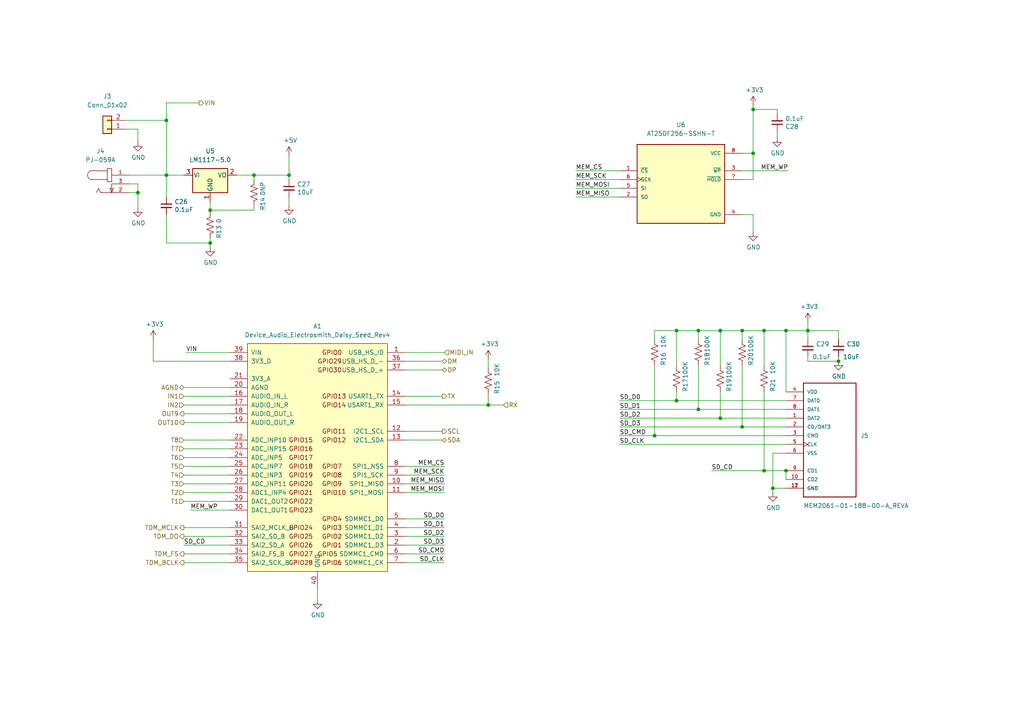
<source format=kicad_sch>
(kicad_sch (version 20211123) (generator eeschema)
  (paper "A4")
  (title_block (title "Daisy Rogue") (date "9/23/2022") (rev "1") (company "Robertsonics"))
  (lib_symbols
    (symbol "AT25DF256-SSHN-T:AT25DF256-SSHN-T" (pin_names (offset 1.016))
      (property "Reference" "U" (at -12.7 13.462 0))
      (property "Value" "AT25DF256-SSHN-T" (at -12.7 -12.7 0))
      (symbol "AT25DF256-SSHN-T_0_0"
        (rectangle (start -12.7 -10.16) (end 12.7 12.7) (stroke (width 0.254)) (fill (type background)))
        (pin input line (at -17.78 5.08 0) (length 5.08) (name "~{CS}") (number "1"))
        (pin bidirectional line (at -17.78 -2.54 0) (length 5.08) (name "SO") (number "2"))
        (pin bidirectional line (at 17.78 5.08 180) (length 5.08) (name "~{WP}") (number "3"))
        (pin power_in line (at 17.78 -7.62 180) (length 5.08) (name "GND") (number "4"))
        (pin bidirectional line (at -17.78 0 0) (length 5.08) (name "SI") (number "5"))
        (pin input clock (at -17.78 2.54 0) (length 5.08) (name "SCK") (number "6"))
        (pin bidirectional line (at 17.78 2.54 180) (length 5.08) (name "~{HOLD}") (number "7"))
        (pin power_in line (at 17.78 10.16 180) (length 5.08) (name "VCC") (number "8"))
      )
    )
    (symbol "Connector_Generic:Conn_01x02" (pin_names (offset 1.016) hide)
      (property "Reference" "J" (at 0 2.54 0))
      (property "Value" "Conn_01x02" (at 0 -5.08 0))
      (symbol "Conn_01x02_1_1"
        (rectangle (start -1.27 -2.413) (end 0 -2.667) (stroke (width 0.1524)))
        (rectangle (start -1.27 0.127) (end 0 -0.127) (stroke (width 0.1524)))
        (rectangle (start -1.27 1.27) (end 1.27 -3.81) (stroke (width 0.254)) (fill (type background)))
        (pin passive line (at -5.08 0 0) (length 3.81) (name "Pin_1") (number "1"))
        (pin passive line (at -5.08 -2.54 0) (length 3.81) (name "Pin_2") (number "2"))
      )
    )
    (symbol "Device:C_Small" (pin_numbers hide) (pin_names (offset 0.254) hide)
      (property "Reference" "C" (at 0.254 1.778 0))
      (property "Value" "C_Small" (at 0.254 -2.032 0))
      (symbol "C_Small_0_1"
        (polyline (pts (xy -1.524 -0.508) (xy 1.524 -0.508)) (stroke (width 0.3302)))
        (polyline (pts (xy -1.524 0.508) (xy 1.524 0.508)) (stroke (width 0.3048)))
      )
      (symbol "C_Small_1_1"
        (pin passive line (at 0 2.54 270) (length 2.032) (name "~") (number "1"))
        (pin passive line (at 0 -2.54 90) (length 2.032) (name "~") (number "2"))
      )
    )
    (symbol "Device:R_US" (pin_numbers hide) (pin_names (offset 0))
      (property "Reference" "R" (at 2.54 0 90))
      (property "Value" "R_US" (at -2.54 0 90))
      (symbol "R_US_0_1"
        (polyline (pts (xy 0 -2.286) (xy 0 -2.54)))
        (polyline (pts (xy 0 2.286) (xy 0 2.54)))
        (polyline (pts (xy 0 -0.762) (xy 1.016 -1.143) (xy 0 -1.524) (xy -1.016 -1.905) (xy 0 -2.286)))
        (polyline (pts (xy 0 0.762) (xy 1.016 0.381) (xy 0 0) (xy -1.016 -0.381) (xy 0 -0.762)))
        (polyline (pts (xy 0 2.286) (xy 1.016 1.905) (xy 0 1.524) (xy -1.016 1.143) (xy 0 0.762)))
      )
      (symbol "R_US_1_1"
        (pin passive line (at 0 3.81 270) (length 1.27) (name "~") (number "1"))
        (pin passive line (at 0 -3.81 90) (length 1.27) (name "~") (number "2"))
      )
    )
    (symbol "Device_Audio_Electrosmith_Daisy_Seed:Device_Audio_Electrosmith_Daisy_Seed_Rev4" (pin_names (offset 1.016))
      (property "Reference" "A" (at -20.32 34.29 0))
      (property "Value" "Device_Audio_Electrosmith_Daisy_Seed_Rev4" (at 20.32 36.83 0))
      (symbol "Device_Audio_Electrosmith_Daisy_Seed_Rev4_0_0"
        (text "GPIO0" (at 1.27 30.48 0) (effects (font (size 1.27 1.27)) (justify left)))
        (text "GPIO1" (at 1.27 -25.4 0) (effects (font (size 1.27 1.27)) (justify left)))
        (text "GPIO10" (at 1.27 -10.16 0) (effects (font (size 1.27 1.27)) (justify left)))
        (text "GPIO11" (at 1.27 7.62 0) (effects (font (size 1.27 1.27)) (justify left)))
        (text "GPIO12" (at 1.27 5.08 0) (effects (font (size 1.27 1.27)) (justify left)))
        (text "GPIO13" (at 1.27 17.78 0) (effects (font (size 1.27 1.27)) (justify left)))
        (text "GPIO14" (at 1.27 15.24 0) (effects (font (size 1.27 1.27)) (justify left)))
        (text "GPIO15" (at -1.27 5.08 0) (effects (font (size 1.27 1.27)) (justify right)))
        (text "GPIO16" (at -1.27 2.54 0) (effects (font (size 1.27 1.27)) (justify right)))
        (text "GPIO17" (at -1.27 0 0) (effects (font (size 1.27 1.27)) (justify right)))
        (text "GPIO18" (at -1.27 -2.54 0) (effects (font (size 1.27 1.27)) (justify right)))
        (text "GPIO19" (at -1.27 -5.08 0) (effects (font (size 1.27 1.27)) (justify right)))
        (text "GPIO2" (at 1.27 -22.86 0) (effects (font (size 1.27 1.27)) (justify left)))
        (text "GPIO20" (at -1.27 -7.62 0) (effects (font (size 1.27 1.27)) (justify right)))
        (text "GPIO21" (at -1.27 -10.16 0) (effects (font (size 1.27 1.27)) (justify right)))
        (text "GPIO22" (at -1.27 -12.7 0) (effects (font (size 1.27 1.27)) (justify right)))
        (text "GPIO23" (at -1.27 -15.24 0) (effects (font (size 1.27 1.27)) (justify right)))
        (text "GPIO24" (at -1.27 -20.32 0) (effects (font (size 1.27 1.27)) (justify right)))
        (text "GPIO25" (at -1.27 -22.86 0) (effects (font (size 1.27 1.27)) (justify right)))
        (text "GPIO26" (at -1.27 -25.4 0) (effects (font (size 1.27 1.27)) (justify right)))
        (text "GPIO27" (at -1.27 -27.94 0) (effects (font (size 1.27 1.27)) (justify right)))
        (text "GPIO28" (at -1.27 -30.48 0) (effects (font (size 1.27 1.27)) (justify right)))
        (text "GPIO29" (at 0 27.94 0) (effects (font (size 1.27 1.27)) (justify left)))
        (text "GPIO3" (at 1.27 -20.32 0) (effects (font (size 1.27 1.27)) (justify left)))
        (text "GPIO30" (at 0 25.4 0) (effects (font (size 1.27 1.27)) (justify left)))
        (text "GPIO4" (at 1.27 -17.78 0) (effects (font (size 1.27 1.27)) (justify left)))
        (text "GPIO5" (at 0 -27.94 0) (effects (font (size 1.27 1.27)) (justify left)))
        (text "GPIO6" (at 1.27 -30.48 0) (effects (font (size 1.27 1.27)) (justify left)))
        (text "GPIO7" (at 1.27 -2.54 0) (effects (font (size 1.27 1.27)) (justify left)))
        (text "GPIO8" (at 1.27 -5.08 0) (effects (font (size 1.27 1.27)) (justify left)))
        (text "GPIO9" (at 1.27 -7.62 0) (effects (font (size 1.27 1.27)) (justify left)))
        (pin bidirectional line (at 25.4 30.48 180) (length 5.08) (name "USB_HS_ID") (number "1"))
        (pin bidirectional line (at 25.4 -7.62 180) (length 5.08) (name "SPI1_MISO") (number "10"))
        (pin bidirectional line (at 25.4 -10.16 180) (length 5.08) (name "SPI1_MOSI") (number "11"))
        (pin bidirectional line (at 25.4 7.62 180) (length 5.08) (name "I2C1_SCL") (number "12"))
        (pin bidirectional line (at 25.4 5.08 180) (length 5.08) (name "I2C1_SDA") (number "13"))
        (pin bidirectional line (at 25.4 17.78 180) (length 5.08) (name "USART1_TX") (number "14"))
        (pin bidirectional line (at 25.4 15.24 180) (length 5.08) (name "USART1_RX") (number "15"))
        (pin input line (at -25.4 17.78 0) (length 5.08) (name "AUDIO_IN_L") (number "16"))
        (pin input line (at -25.4 15.24 0) (length 5.08) (name "AUDIO_IN_R") (number "17"))
        (pin output line (at -25.4 12.7 0) (length 5.08) (name "AUDIO_OUT_L") (number "18"))
        (pin output line (at -25.4 10.16 0) (length 5.08) (name "AUDIO_OUT_R") (number "19"))
        (pin bidirectional line (at 25.4 -25.4 180) (length 5.08) (name "SDMMC1_D3") (number "2"))
        (pin passive line (at -25.4 20.32 0) (length 5.08) (name "AGND") (number "20"))
        (pin power_out line (at -25.4 22.86 0) (length 5.08) (name "3V3_A") (number "21"))
        (pin bidirectional line (at -25.4 5.08 0) (length 5.08) (name "ADC_INP10") (number "22"))
        (pin bidirectional line (at -25.4 2.54 0) (length 5.08) (name "ADC_INP15") (number "23"))
        (pin bidirectional line (at -25.4 0 0) (length 5.08) (name "ADC_INP5") (number "24"))
        (pin bidirectional line (at -25.4 -2.54 0) (length 5.08) (name "ADC_INP7") (number "25"))
        (pin bidirectional line (at -25.4 -5.08 0) (length 5.08) (name "ADC_INP3") (number "26"))
        (pin bidirectional line (at -25.4 -7.62 0) (length 5.08) (name "ADC_INP11") (number "27"))
        (pin bidirectional line (at -25.4 -10.16 0) (length 5.08) (name "ADC1_INP4") (number "28"))
        (pin bidirectional line (at -25.4 -12.7 0) (length 5.08) (name "DAC1_OUT2") (number "29"))
        (pin bidirectional line (at 25.4 -22.86 180) (length 5.08) (name "SDMMC1_D2") (number "3"))
        (pin bidirectional line (at -25.4 -15.24 0) (length 5.08) (name "DAC1_OUT1") (number "30"))
        (pin bidirectional line (at -25.4 -20.32 0) (length 5.08) (name "SAI2_MCLK_B") (number "31"))
        (pin bidirectional line (at -25.4 -22.86 0) (length 5.08) (name "SAI2_SD_B") (number "32"))
        (pin bidirectional line (at -25.4 -25.4 0) (length 5.08) (name "SAI2_SD_A") (number "33"))
        (pin bidirectional line (at -25.4 -27.94 0) (length 5.08) (name "SAI2_FS_B") (number "34"))
        (pin bidirectional line (at -25.4 -30.48 0) (length 5.08) (name "SAI2_SCK_B") (number "35"))
        (pin bidirectional line (at 25.4 27.94 180) (length 5.08) (name "USB_HS_D_-") (number "36"))
        (pin bidirectional line (at 25.4 25.4 180) (length 5.08) (name "USB_HS_D_+") (number "37"))
        (pin power_out line (at -25.4 27.94 0) (length 5.08) (name "3V3_D") (number "38"))
        (pin power_in line (at -25.4 30.48 0) (length 5.08) (name "VIN") (number "39"))
        (pin bidirectional line (at 25.4 -20.32 180) (length 5.08) (name "SDMMC1_D1") (number "4"))
        (pin passive line (at 0 -38.1 90) (length 5.08) (name "GND") (number "40"))
        (pin bidirectional line (at 25.4 -17.78 180) (length 5.08) (name "SDMMC1_D0") (number "5"))
        (pin bidirectional line (at 25.4 -27.94 180) (length 5.08) (name "SDMMC1_CMD") (number "6"))
        (pin bidirectional line (at 25.4 -30.48 180) (length 5.08) (name "SDMMC1_CK") (number "7"))
        (pin bidirectional line (at 25.4 -2.54 180) (length 5.08) (name "SPI1_NSS") (number "8"))
        (pin bidirectional line (at 25.4 -5.08 180) (length 5.08) (name "SPI1_SCK") (number "9"))
      )
      (symbol "Device_Audio_Electrosmith_Daisy_Seed_Rev4_0_1"
        (rectangle (start -20.32 33.02) (end 20.32 -33.02) (fill (type background)))
      )
    )
    (symbol "MEM2061-01-188-00-A_REVA:MEM2061-01-188-00-A_REVA" (pin_names (offset 1.016))
      (property "Reference" "J" (at 0 15.2654 0))
      (property "Value" "MEM2061-01-188-00-A_REVA" (at 0 -20.3454 0))
      (symbol "MEM2061-01-188-00-A_REVA_0_0"
        (polyline (pts (xy 0 -17.78) (xy 0 15.24)) (stroke (width 0.254)))
        (polyline (pts (xy 0 15.24) (xy 15.24 15.24)) (stroke (width 0.254)))
        (polyline (pts (xy 15.24 -17.78) (xy 0 -17.78)) (stroke (width 0.254)))
        (polyline (pts (xy 15.24 15.24) (xy 15.24 -17.78)) (stroke (width 0.254)))
        (pin bidirectional line (at -5.08 5.08 0) (length 5.08) (name "DAT2") (number "1"))
        (pin passive line (at -5.08 -12.7 0) (length 5.08) (name "CD2") (number "10"))
        (pin power_in line (at -5.08 -15.24 0) (length 5.08) (name "GND") (number "11"))
        (pin power_in line (at -5.08 -15.24 0) (length 5.08) (name "GND") (number "12"))
        (pin bidirectional line (at -5.08 2.54 0) (length 5.08) (name "CD/DAT3") (number "2"))
        (pin bidirectional line (at -5.08 0 0) (length 5.08) (name "CMD") (number "3"))
        (pin power_in line (at -5.08 12.7 0) (length 5.08) (name "VDD") (number "4"))
        (pin bidirectional clock (at -5.08 -2.54 0) (length 5.08) (name "CLK") (number "5"))
        (pin power_in line (at -5.08 -5.08 0) (length 5.08) (name "VSS") (number "6"))
        (pin bidirectional line (at -5.08 10.16 0) (length 5.08) (name "DAT0") (number "7"))
        (pin bidirectional line (at -5.08 7.62 0) (length 5.08) (name "DAT1") (number "8"))
        (pin passive line (at -5.08 -10.16 0) (length 5.08) (name "CD1") (number "9"))
      )
    )
    (symbol "PJ-059A:PJ-059A" (pin_names (offset 1.016) hide)
      (property "Reference" "J" (at -7.62 5.08 0))
      (property "Value" "PJ-059A" (at -7.6454 -5.08 0))
      (symbol "PJ-059A_0_0"
        (arc (start -5.715 3.81) (mid -6.985 2.54) (end -5.715 1.27) (stroke (width 0.1524)))
        (polyline (pts (xy -5.715 3.81) (xy -1.27 3.81)) (stroke (width 0.1524)))
        (polyline (pts (xy -3.81 -1.27) (xy -4.445 -2.54)) (stroke (width 0.1524)))
        (polyline (pts (xy -3.175 -2.54) (xy -3.81 -1.27)) (stroke (width 0.1524)))
        (polyline (pts (xy -1.27 0.635) (xy 0 0.635)) (stroke (width 0.1524)))
        (polyline (pts (xy -1.27 1.27) (xy -5.715 1.27)) (stroke (width 0.1524)))
        (polyline (pts (xy -1.27 1.27) (xy -1.27 0.635)) (stroke (width 0.1524)))
        (polyline (pts (xy -1.27 3.81) (xy -1.27 1.27)) (stroke (width 0.1524)))
        (polyline (pts (xy -1.27 4.445) (xy -1.27 3.81)) (stroke (width 0.1524)))
        (polyline (pts (xy 0 -2.54) (xy -3.175 -2.54)) (stroke (width 0.1524)))
        (polyline (pts (xy 0 0) (xy 0 -2.54)) (stroke (width 0.1524)))
        (polyline (pts (xy 0 0.635) (xy 0 4.445)) (stroke (width 0.1524)))
        (polyline (pts (xy 0 4.445) (xy -1.27 4.445)) (stroke (width 0.1524)))
        (polyline (pts (xy 0 -2.54) (xy -0.508 -1.27) (xy 0.508 -1.27) (xy 0 -2.54)) (stroke (width 0.1524)) (fill (type background)))
        (pin passive line (at 5.08 2.54 180) (length 5.08) (name "~") (number "1"))
        (pin passive line (at 5.08 -2.54 180) (length 5.08) (name "~") (number "2"))
        (pin passive line (at 5.08 0 180) (length 5.08) (name "~") (number "3"))
      )
    )
    (symbol "Regulator_Linear:LM1117-5.0" (pin_names (offset 0.254))
      (property "Reference" "U" (at -3.81 3.175 0))
      (property "Value" "LM1117-5.0" (at 0 3.175 0))
      (symbol "LM1117-5.0_0_1"
        (rectangle (start -5.08 -5.08) (end 5.08 1.905) (stroke (width 0.254)) (fill (type background)))
      )
      (symbol "LM1117-5.0_1_1"
        (pin power_in line (at 0 -7.62 90) (length 2.54) (name "GND") (number "1"))
        (pin power_out line (at 7.62 0 180) (length 2.54) (name "VO") (number "2"))
        (pin power_in line (at -7.62 0 0) (length 2.54) (name "VI") (number "3"))
      )
    )
    (symbol "power:+3V3" (power) (pin_names (offset 0))
      (property "Value" "+3V3" (at 0 3.556 0))
      (symbol "+3V3_0_1"
        (polyline (pts (xy -0.762 1.27) (xy 0 2.54)))
        (polyline (pts (xy 0 0) (xy 0 2.54)))
        (polyline (pts (xy 0 2.54) (xy 0.762 1.27)))
      )
      (symbol "+3V3_1_1"
        (pin power_in line (at 0 0 90) (length 0) hide (name "+3V3") (number "1"))
      )
    )
    (symbol "power:+5V" (power) (pin_names (offset 0))
      (property "Value" "+5V" (at 0 3.556 0))
      (symbol "+5V_0_1"
        (polyline (pts (xy -0.762 1.27) (xy 0 2.54)))
        (polyline (pts (xy 0 0) (xy 0 2.54)))
        (polyline (pts (xy 0 2.54) (xy 0.762 1.27)))
      )
      (symbol "+5V_1_1"
        (pin power_in line (at 0 0 90) (length 0) hide (name "+5V") (number "1"))
      )
    )
    (symbol "power:GND" (power) (pin_names (offset 0))
      (property "Value" "GND" (at 0 -3.81 0))
      (symbol "GND_0_1"
        (polyline (pts (xy 0 0) (xy 0 -1.27) (xy 1.27 -1.27) (xy 0 -2.54) (xy -1.27 -1.27) (xy 0 -1.27)))
      )
      (symbol "GND_1_1"
        (pin power_in line (at 0 0 270) (length 0) hide (name "GND") (number "1"))
      )
    )
  )
  (junction (at 208.915 95.885))
  (junction (at 224.155 141.605))
  (junction (at 141.605 117.475))
  (junction (at 227.965 95.885))
  (junction (at 48.26 50.8))
  (junction (at 40.005 55.88))
  (junction (at 73.66 50.8))
  (junction (at 221.615 136.525))
  (junction (at 48.26 34.925))
  (junction (at 202.565 95.885))
  (junction (at 227.965 136.525))
  (junction (at 60.96 70.485))
  (junction (at 218.44 31.75))
  (junction (at 221.615 95.885))
  (junction (at 196.215 116.205))
  (junction (at 215.265 123.825))
  (junction (at 218.44 44.45))
  (junction (at 234.315 95.885))
  (junction (at 189.865 126.365))
  (junction (at 243.205 104.775))
  (junction (at 60.96 60.96))
  (junction (at 83.82 50.8))
  (junction (at 215.265 95.885))
  (junction (at 196.215 95.885))
  (junction (at 202.565 118.745))
  (junction (at 208.915 121.285))
  (wire (pts (xy 167.005 52.07) (xy 179.705 52.07)))
  (wire (pts (xy 208.915 106.045) (xy 208.915 95.885)))
  (wire (pts (xy 117.475 160.655) (xy 128.905 160.655)))
  (wire (pts (xy 60.96 69.215) (xy 60.96 70.485)))
  (wire (pts (xy 53.34 142.875) (xy 66.675 142.875)))
  (wire (pts (xy 60.96 60.96) (xy 60.96 61.595)))
  (wire (pts (xy 218.44 62.23) (xy 218.44 67.31)))
  (wire (pts (xy 167.005 54.61) (xy 179.705 54.61)))
  (wire (pts (xy 53.975 102.235) (xy 66.675 102.235)))
  (wire (pts (xy 141.605 117.475) (xy 146.05 117.475)))
  (wire (pts (xy 227.965 126.365) (xy 189.865 126.365)))
  (wire (pts (xy 225.425 31.75) (xy 218.44 31.75)))
  (wire (pts (xy 53.34 155.575) (xy 66.675 155.575)))
  (wire (pts (xy 37.465 53.34) (xy 40.005 53.34)))
  (wire (pts (xy 202.565 118.745) (xy 179.705 118.745)))
  (wire (pts (xy 227.965 116.205) (xy 196.215 116.205)))
  (wire (pts (xy 40.005 53.34) (xy 40.005 55.88)))
  (wire (pts (xy 73.66 60.96) (xy 73.66 59.69)))
  (wire (pts (xy 48.26 29.845) (xy 48.26 34.925)))
  (wire (pts (xy 40.005 37.465) (xy 40.005 41.275)))
  (wire (pts (xy 117.475 140.335) (xy 128.905 140.335)))
  (wire (pts (xy 83.82 45.085) (xy 83.82 50.8)))
  (wire (pts (xy 234.315 104.775) (xy 234.315 103.505)))
  (wire (pts (xy 117.475 142.875) (xy 128.905 142.875)))
  (wire (pts (xy 117.475 127.635) (xy 128.27 127.635)))
  (wire (pts (xy 224.155 131.445) (xy 224.155 141.605)))
  (wire (pts (xy 215.265 98.425) (xy 215.265 95.885)))
  (wire (pts (xy 68.58 50.8) (xy 73.66 50.8)))
  (wire (pts (xy 215.265 95.885) (xy 221.615 95.885)))
  (wire (pts (xy 53.34 135.255) (xy 66.675 135.255)))
  (wire (pts (xy 189.865 126.365) (xy 179.705 126.365)))
  (wire (pts (xy 221.615 106.045) (xy 221.615 95.885)))
  (wire (pts (xy 141.605 104.14) (xy 141.605 106.68)))
  (wire (pts (xy 167.005 57.15) (xy 179.705 57.15)))
  (wire (pts (xy 196.215 113.665) (xy 196.215 116.205)))
  (wire (pts (xy 53.34 145.415) (xy 66.675 145.415)))
  (wire (pts (xy 227.965 128.905) (xy 179.705 128.905)))
  (wire (pts (xy 37.465 55.88) (xy 40.005 55.88)))
  (wire (pts (xy 44.45 98.425) (xy 44.45 104.775)))
  (wire (pts (xy 117.475 125.095) (xy 128.27 125.095)))
  (wire (pts (xy 202.565 95.885) (xy 208.915 95.885)))
  (wire (pts (xy 196.215 106.045) (xy 196.215 95.885)))
  (wire (pts (xy 53.34 153.035) (xy 66.675 153.035)))
  (wire (pts (xy 218.44 52.07) (xy 218.44 44.45)))
  (wire (pts (xy 221.615 95.885) (xy 227.965 95.885)))
  (wire (pts (xy 117.475 107.315) (xy 128.27 107.315)))
  (wire (pts (xy 53.34 117.475) (xy 66.675 117.475)))
  (wire (pts (xy 60.96 58.42) (xy 60.96 60.96)))
  (wire (pts (xy 66.675 104.775) (xy 44.45 104.775)))
  (wire (pts (xy 189.865 95.885) (xy 196.215 95.885)))
  (wire (pts (xy 215.265 106.045) (xy 215.265 123.825)))
  (wire (pts (xy 83.82 50.8) (xy 83.82 52.07)))
  (wire (pts (xy 189.865 106.045) (xy 189.865 126.365)))
  (wire (pts (xy 218.44 44.45) (xy 218.44 31.75)))
  (wire (pts (xy 83.82 57.15) (xy 83.82 59.69)))
  (wire (pts (xy 202.565 106.045) (xy 202.565 118.745)))
  (wire (pts (xy 36.195 37.465) (xy 40.005 37.465)))
  (wire (pts (xy 37.465 50.8) (xy 48.26 50.8)))
  (wire (pts (xy 48.26 70.485) (xy 60.96 70.485)))
  (wire (pts (xy 73.66 50.8) (xy 83.82 50.8)))
  (wire (pts (xy 117.475 153.035) (xy 128.905 153.035)))
  (wire (pts (xy 117.475 150.495) (xy 128.905 150.495)))
  (wire (pts (xy 243.205 104.775) (xy 234.315 104.775)))
  (wire (pts (xy 218.44 31.75) (xy 218.44 30.48)))
  (wire (pts (xy 36.195 34.925) (xy 48.26 34.925)))
  (wire (pts (xy 227.965 121.285) (xy 208.915 121.285)))
  (wire (pts (xy 73.66 50.8) (xy 73.66 52.07)))
  (wire (pts (xy 196.215 116.205) (xy 179.705 116.205)))
  (wire (pts (xy 227.965 113.665) (xy 227.965 95.885)))
  (wire (pts (xy 40.005 55.88) (xy 40.005 60.325)))
  (wire (pts (xy 53.34 127.635) (xy 66.675 127.635)))
  (wire (pts (xy 53.34 122.555) (xy 66.675 122.555)))
  (wire (pts (xy 227.965 136.525) (xy 221.615 136.525)))
  (wire (pts (xy 53.34 114.935) (xy 66.675 114.935)))
  (wire (pts (xy 227.965 139.065) (xy 227.965 136.525)))
  (wire (pts (xy 208.915 95.885) (xy 215.265 95.885)))
  (wire (pts (xy 224.155 141.605) (xy 227.965 141.605)))
  (wire (pts (xy 215.265 52.07) (xy 218.44 52.07)))
  (wire (pts (xy 53.34 160.655) (xy 66.675 160.655)))
  (wire (pts (xy 117.475 163.195) (xy 128.905 163.195)))
  (wire (pts (xy 234.315 95.885) (xy 234.315 93.345)))
  (wire (pts (xy 167.005 49.53) (xy 179.705 49.53)))
  (wire (pts (xy 234.315 98.425) (xy 234.315 95.885)))
  (wire (pts (xy 225.425 33.02) (xy 225.425 31.75)))
  (wire (pts (xy 48.26 34.925) (xy 48.26 50.8)))
  (wire (pts (xy 189.865 98.425) (xy 189.865 95.885)))
  (wire (pts (xy 53.34 130.175) (xy 66.675 130.175)))
  (wire (pts (xy 53.34 137.795) (xy 66.675 137.795)))
  (wire (pts (xy 221.615 136.525) (xy 206.375 136.525)))
  (wire (pts (xy 141.605 114.3) (xy 141.605 117.475)))
  (wire (pts (xy 48.26 29.845) (xy 57.785 29.845)))
  (wire (pts (xy 202.565 98.425) (xy 202.565 95.885)))
  (wire (pts (xy 117.475 117.475) (xy 141.605 117.475)))
  (wire (pts (xy 53.34 158.115) (xy 66.675 158.115)))
  (wire (pts (xy 117.475 114.935) (xy 128.27 114.935)))
  (wire (pts (xy 227.965 131.445) (xy 224.155 131.445)))
  (wire (pts (xy 221.615 113.665) (xy 221.615 136.525)))
  (wire (pts (xy 53.34 120.015) (xy 66.675 120.015)))
  (wire (pts (xy 243.205 103.505) (xy 243.205 104.775)))
  (wire (pts (xy 53.34 140.335) (xy 66.675 140.335)))
  (wire (pts (xy 48.26 62.23) (xy 48.26 70.485)))
  (wire (pts (xy 60.96 70.485) (xy 60.96 71.755)))
  (wire (pts (xy 234.315 95.885) (xy 227.965 95.885)))
  (wire (pts (xy 224.155 141.605) (xy 224.155 142.875)))
  (wire (pts (xy 208.915 121.285) (xy 179.705 121.285)))
  (wire (pts (xy 117.475 104.775) (xy 128.27 104.775)))
  (wire (pts (xy 215.265 49.53) (xy 228.6 49.53)))
  (wire (pts (xy 117.475 102.235) (xy 128.905 102.235)))
  (wire (pts (xy 92.075 170.815) (xy 92.075 173.99)))
  (wire (pts (xy 243.205 95.885) (xy 234.315 95.885)))
  (wire (pts (xy 208.915 113.665) (xy 208.915 121.285)))
  (wire (pts (xy 227.965 123.825) (xy 215.265 123.825)))
  (wire (pts (xy 227.965 118.745) (xy 202.565 118.745)))
  (wire (pts (xy 60.96 60.96) (xy 73.66 60.96)))
  (wire (pts (xy 117.475 155.575) (xy 128.905 155.575)))
  (wire (pts (xy 117.475 135.255) (xy 128.905 135.255)))
  (wire (pts (xy 117.475 158.115) (xy 128.905 158.115)))
  (wire (pts (xy 215.265 62.23) (xy 218.44 62.23)))
  (wire (pts (xy 48.26 50.8) (xy 53.34 50.8)))
  (wire (pts (xy 225.425 38.1) (xy 225.425 40.005)))
  (wire (pts (xy 215.265 123.825) (xy 179.705 123.825)))
  (wire (pts (xy 53.34 112.395) (xy 66.675 112.395)))
  (wire (pts (xy 53.34 132.715) (xy 66.675 132.715)))
  (wire (pts (xy 48.26 57.15) (xy 48.26 50.8)))
  (wire (pts (xy 243.205 98.425) (xy 243.205 95.885)))
  (wire (pts (xy 196.215 95.885) (xy 202.565 95.885)))
  (wire (pts (xy 55.245 147.955) (xy 66.675 147.955)))
  (wire (pts (xy 117.475 137.795) (xy 128.905 137.795)))
  (wire (pts (xy 215.265 44.45) (xy 218.44 44.45)))
  (wire (pts (xy 53.34 163.195) (xy 66.675 163.195)))
  (label "SD_D0" (at 128.905 150.495 180))
  (label "MEM_WP" (at 55.245 147.955 0))
  (label "MEM_CS" (at 128.905 135.255 180))
  (label "SD_D3" (at 128.905 158.115 180))
  (label "SD_CD" (at 53.34 158.115 0))
  (label "MEM_WP" (at 228.6 49.53 180))
  (label "MEM_MISO" (at 167.005 57.15 0))
  (label "MEM_SCK" (at 167.005 52.07 0))
  (label "SD_D1" (at 179.705 118.745 0))
  (label "MEM_CS" (at 167.005 49.53 0))
  (label "SD_CLK" (at 179.705 128.905 0))
  (label "MEM_SCK" (at 128.905 137.795 180))
  (label "SD_D0" (at 179.705 116.205 0))
  (label "SD_D2" (at 179.705 121.285 0))
  (label "MEM_MISO" (at 128.905 140.335 180))
  (label "SD_CD" (at 206.375 136.525 0))
  (label "VIN" (at 53.975 102.235 0))
  (label "MEM_MOSI" (at 167.005 54.61 0))
  (label "SD_D3" (at 179.705 123.825 0))
  (label "SD_CMD" (at 128.905 160.655 180))
  (label "SD_CMD" (at 179.705 126.365 0))
  (label "SD_CLK" (at 128.905 163.195 180))
  (label "SD_D2" (at 128.905 155.575 180))
  (label "MEM_MOSI" (at 128.905 142.875 180))
  (label "SD_D1" (at 128.905 153.035 180))
  (hierarchical_label "T8" (shape input) (at 53.34 127.635 180))
  (hierarchical_label "T4" (shape input) (at 53.34 137.795 180))
  (hierarchical_label "TDM_MCLK" (shape output) (at 53.34 153.035 180))
  (hierarchical_label "DP" (shape bidirectional) (at 128.27 107.315 0))
  (hierarchical_label "IN1" (shape input) (at 53.34 114.935 180))
  (hierarchical_label "SCL" (shape output) (at 128.27 125.095 0))
  (hierarchical_label "T7" (shape input) (at 53.34 130.175 180))
  (hierarchical_label "T3" (shape input) (at 53.34 140.335 180))
  (hierarchical_label "DM" (shape bidirectional) (at 128.27 104.775 0))
  (hierarchical_label "OUT9" (shape output) (at 53.34 120.015 180))
  (hierarchical_label "T5" (shape input) (at 53.34 135.255 180))
  (hierarchical_label "TDM_BCLK" (shape output) (at 53.34 163.195 180))
  (hierarchical_label "MIDI_IN" (shape input) (at 128.905 102.235 0))
  (hierarchical_label "T2" (shape input) (at 53.34 142.875 180))
  (hierarchical_label "TDM_FS" (shape output) (at 53.34 160.655 180))
  (hierarchical_label "TDM_DO" (shape output) (at 53.34 155.575 180))
  (hierarchical_label "T1" (shape input) (at 53.34 145.415 180))
  (hierarchical_label "RX" (shape input) (at 146.05 117.475 0))
  (hierarchical_label "SDA" (shape bidirectional) (at 128.27 127.635 0))
  (hierarchical_label "TX" (shape output) (at 128.27 114.935 0))
  (hierarchical_label "VIN" (shape output) (at 57.785 29.845 0))
  (hierarchical_label "T6" (shape input) (at 53.34 132.715 180))
  (hierarchical_label "AGND" (shape bidirectional) (at 53.34 112.395 180))
  (hierarchical_label "OUT10" (shape output) (at 53.34 122.555 180))
  (hierarchical_label "IN2" (shape input) (at 53.34 117.475 180))
  (symbol (lib_id "power:GND") (at 218.44 67.31 0) (unit 1)
    (property "Reference" "#PWR035" (effects hide))
    (property "Value" "GND" (at 218.567 71.7042 0))
  )
  (symbol (lib_id "Device:R_US") (at 208.915 109.855 0) (unit 1)
    (property "Reference" "R19" (at 211.455 113.665 90) (effects (justify left)))
    (property "Value" "100K" (at 211.455 109.855 90) (effects (justify left)))
    (property "Footprint" "Resistor_SMD:R_0603_1608Metric" (effects hide))
  )
  (symbol (lib_id "Device:C_Small") (at 225.425 35.56 0) (mirror x) (unit 1)
    (property "Reference" "C28" (at 227.7618 36.7284 0) (effects (justify left)))
    (property "Value" "0.1uF" (at 227.7618 34.417 0) (effects (justify left)))
    (property "Footprint" "Capacitor_SMD:C_0603_1608Metric" (effects hide))
  )
  (symbol (lib_id "power:+3V3") (at 218.44 30.48 0) (unit 1)
    (property "Reference" "#PWR034" (effects hide))
    (property "Value" "+3V3" (at 218.821 26.0858 0))
  )
  (symbol (lib_id "Device:R_US") (at 196.215 109.855 0) (unit 1)
    (property "Reference" "R17" (at 198.755 113.665 90) (effects (justify left)))
    (property "Value" "100K" (at 198.755 109.855 90) (effects (justify left)))
    (property "Footprint" "Resistor_SMD:R_0603_1608Metric" (effects hide))
  )
  (symbol (lib_id "Device_Audio_Electrosmith_Daisy_Seed:Device_Audio_Electrosmith_Daisy_Seed_Rev4") (at 92.075 132.715 0) (unit 1)
    (property "Reference" "A1" (at 92.075 94.615 0))
    (property "Value" "Device_Audio_Electrosmith_Daisy_Seed_Rev4" (at 92.075 97.155 0))
    (property "Footprint" "Device_Audio_Electrosmith_Daisy_Seed:Device_Audio_Electrosmith_Daisy_Seed" (effects hide))
    (property "Datasheet" "https://github.com/electro-smith/DaisyWiki/wiki" (effects hide))
  )
  (symbol (lib_id "Device:C_Small") (at 83.82 54.61 0) (unit 1)
    (property "Reference" "C27" (at 86.1568 53.4416 0) (effects (justify left)))
    (property "Value" "10uF" (at 86.1568 55.753 0) (effects (justify left)))
    (property "Footprint" "Capacitor_SMD:C_0805_2012Metric" (effects hide))
  )
  (symbol (lib_id "power:GND") (at 40.005 41.275 0) (unit 1)
    (property "Reference" "#PWR026" (effects hide))
    (property "Value" "GND" (at 40.132 45.6692 0))
  )
  (symbol (lib_id "Device:C_Small") (at 234.315 100.965 0) (unit 1)
    (property "Reference" "C29" (at 236.6518 99.7966 0) (effects (justify left)))
    (property "Value" "0.1uF" (at 235.585 103.505 0) (effects (justify left)))
    (property "Footprint" "Capacitor_SMD:C_0603_1608Metric" (effects hide))
  )
  (symbol (lib_id "Device:C_Small") (at 243.205 100.965 0) (unit 1)
    (property "Reference" "C30" (at 245.5418 99.7966 0) (effects (justify left)))
    (property "Value" "10uF" (at 244.475 103.505 0) (effects (justify left)))
    (property "Footprint" "Capacitor_SMD:C_0805_2012Metric" (effects hide))
  )
  (symbol (lib_id "Device:R_US") (at 189.865 102.235 0) (unit 1)
    (property "Reference" "R16" (at 192.405 106.045 90) (effects (justify left)))
    (property "Value" "10K" (at 192.405 100.965 90) (effects (justify left)))
    (property "Footprint" "Resistor_SMD:R_0603_1608Metric" (effects hide))
  )
  (symbol (lib_id "power:GND") (at 224.155 142.875 0) (unit 1)
    (property "Reference" "#PWR036" (effects hide))
    (property "Value" "GND" (at 224.282 147.2692 0))
  )
  (symbol (lib_id "Device:R_US") (at 141.605 110.49 0) (unit 1)
    (property "Reference" "R15" (at 144.145 114.3 90) (effects (justify left)))
    (property "Value" "10K" (at 144.145 109.22 90) (effects (justify left)))
    (property "Footprint" "Resistor_SMD:R_0603_1608Metric" (effects hide))
  )
  (symbol (lib_id "power:GND") (at 225.425 40.005 0) (unit 1)
    (property "Reference" "#PWR037" (effects hide))
    (property "Value" "GND" (at 225.552 44.3992 0))
  )
  (symbol (lib_id "power:+5V") (at 83.82 45.085 0) (unit 1)
    (property "Reference" "#PWR030" (effects hide))
    (property "Value" "+5V" (at 84.201 40.6908 0))
  )
  (symbol (lib_id "power:GND") (at 83.82 59.69 0) (unit 1)
    (property "Reference" "#PWR031" (effects hide))
    (property "Value" "GND" (at 83.947 64.0842 0))
  )
  (symbol (lib_id "Device:R_US") (at 221.615 109.855 0) (unit 1)
    (property "Reference" "R21" (at 224.155 113.665 90) (effects (justify left)))
    (property "Value" "10K" (at 224.155 108.585 90) (effects (justify left)))
    (property "Footprint" "Resistor_SMD:R_0603_1608Metric" (effects hide))
  )
  (symbol (lib_id "Device:R_US") (at 73.66 55.88 0) (mirror x) (unit 1)
    (property "Reference" "R14" (at 76.2 57.15 90) (effects (justify left)))
    (property "Value" "DNP" (at 76.2 52.705 90) (effects (justify left)))
    (property "Footprint" "Resistor_SMD:R_0603_1608Metric" (effects hide))
  )
  (symbol (lib_id "power:+3V3") (at 234.315 93.345 0) (unit 1)
    (property "Reference" "#PWR038" (effects hide))
    (property "Value" "+3V3" (at 234.696 88.9508 0))
  )
  (symbol (lib_id "power:GND") (at 243.205 104.775 0) (unit 1)
    (property "Reference" "#PWR039" (effects hide))
    (property "Value" "GND" (at 243.332 109.1692 0))
  )
  (symbol (lib_id "Regulator_Linear:LM1117-5.0") (at 60.96 50.8 0) (unit 1)
    (property "Reference" "U5" (at 60.96 43.815 0))
    (property "Value" "LM1117-5.0" (at 60.96 46.355 0))
    (property "Footprint" "Package_TO_SOT_SMD:SOT-223-3_TabPin2" (effects hide))
    (property "Datasheet" "http://www.ti.com/lit/ds/symlink/lm1117.pdf" (effects hide))
  )
  (symbol (lib_id "Device:C_Small") (at 48.26 59.69 0) (unit 1)
    (property "Reference" "C26" (at 50.5968 58.5216 0) (effects (justify left)))
    (property "Value" "0.1uF" (at 50.5968 60.833 0) (effects (justify left)))
    (property "Footprint" "Capacitor_SMD:C_0603_1608Metric" (effects hide))
  )
  (symbol (lib_id "Device:R_US") (at 215.265 102.235 0) (unit 1)
    (property "Reference" "R20" (at 217.805 106.045 90) (effects (justify left)))
    (property "Value" "100K" (at 217.805 102.235 90) (effects (justify left)))
    (property "Footprint" "Resistor_SMD:R_0603_1608Metric" (effects hide))
  )
  (symbol (lib_id "PJ-059A:PJ-059A") (at 32.385 53.34 0) (unit 1)
    (property "Reference" "J4" (at 29.1465 43.815 0))
    (property "Value" "PJ-059A" (at 29.1465 46.355 0))
    (property "Footprint" "PJ-059A:CUI_PJ-059A" (effects hide))
    (property "PARTREV" "1.02" (effects hide))
    (property "STANDARD" "Manufacturer recommendations" (effects hide))
    (property "MANUFACTURER" "CUI INC" (effects hide))
  )
  (symbol (lib_id "Connector_Generic:Conn_01x02") (at 31.115 37.465 180) (unit 1)
    (property "Reference" "J3" (at 31.115 27.94 0))
    (property "Value" "Conn_01x02" (at 31.115 30.48 0))
    (property "Footprint" "Connector_PinHeader_2.54mm:PinHeader_1x02_P2.54mm_Vertical" (effects hide))
  )
  (symbol (lib_id "Device:R_US") (at 60.96 65.405 0) (mirror y) (unit 1)
    (property "Reference" "R13" (at 63.5 69.215 90) (effects (justify left)))
    (property "Value" "0" (at 63.5 64.77 90) (effects (justify left)))
    (property "Footprint" "Resistor_SMD:R_0603_1608Metric" (effects hide))
  )
  (symbol (lib_id "power:GND") (at 40.005 60.325 0) (unit 1)
    (property "Reference" "#PWR027" (effects hide))
    (property "Value" "GND" (at 40.132 64.7192 0))
  )
  (symbol (lib_id "power:GND") (at 60.96 71.755 0) (unit 1)
    (property "Reference" "#PWR029" (effects hide))
    (property "Value" "GND" (at 61.087 76.1492 0))
  )
  (symbol (lib_id "power:+3V3") (at 44.45 98.425 0) (unit 1)
    (property "Reference" "#PWR028" (effects hide))
    (property "Value" "+3V3" (at 44.831 94.0308 0))
  )
  (symbol (lib_id "power:GND") (at 92.075 173.99 0) (unit 1)
    (property "Reference" "#PWR032" (effects hide))
    (property "Value" "GND" (at 92.202 178.3842 0))
  )
  (symbol (lib_id "MEM2061-01-188-00-A_REVA:MEM2061-01-188-00-A_REVA") (at 233.045 126.365 0) (unit 1)
    (property "Reference" "J5" (at 249.555 126.3649 0) (effects (justify left)))
    (property "Value" "MEM2061-01-188-00-A_REVA" (at 233.045 146.685 0) (effects (justify left)))
    (property "Footprint" "MEM2061-01-188-00-A_REVA:MEM2061-01-188-00-A_REVA" (effects hide))
    (property "MANUFACTURER" "GCT" (effects hide))
  )
  (symbol (lib_id "Device:R_US") (at 202.565 102.235 0) (unit 1)
    (property "Reference" "R18" (at 205.105 106.045 90) (effects (justify left)))
    (property "Value" "100K" (at 205.105 102.235 90) (effects (justify left)))
    (property "Footprint" "Resistor_SMD:R_0603_1608Metric" (effects hide))
  )
  (symbol (lib_id "power:+3V3") (at 141.605 104.14 0) (unit 1)
    (property "Reference" "#PWR033" (effects hide))
    (property "Value" "+3V3" (at 141.986 99.7458 0))
  )
  (symbol (lib_id "AT25DF256-SSHN-T:AT25DF256-SSHN-T") (at 197.485 54.61 0) (unit 1)
    (property "Reference" "U6" (at 197.485 36.195 0))
    (property "Value" "AT25DF256-SSHN-T" (at 197.485 38.735 0))
    (property "Footprint" "AT25DF256-SSHN-T:SOIC127P599X175-8N" (effects hide))
    (property "MANUFACTURER" "Dialog Semiconductor" (effects hide))
    (property "PARTREV" "5/2017" (effects hide))
    (property "MAXIMUM_PACKAGE_HEIGHT" "1.75 mm" (effects hide))
    (property "STANDARD" "IPC-7351B" (effects hide))
  )
)
</source>
